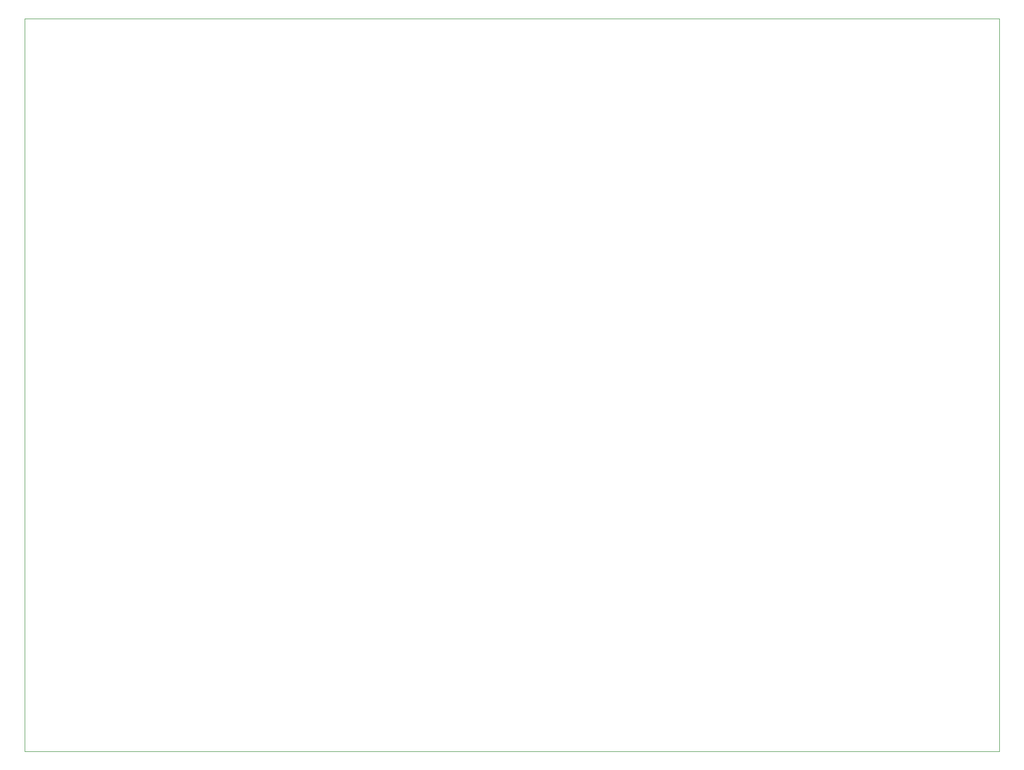
<source format=gm1>
G04 #@! TF.GenerationSoftware,KiCad,Pcbnew,6.0.10-86aedd382b~118~ubuntu18.04.1*
G04 #@! TF.CreationDate,2023-11-20T15:15:36+00:00*
G04 #@! TF.ProjectId,micron_plus,6d696372-6f6e-45f7-906c-75732e6b6963,rev?*
G04 #@! TF.SameCoordinates,Original*
G04 #@! TF.FileFunction,Profile,NP*
%FSLAX46Y46*%
G04 Gerber Fmt 4.6, Leading zero omitted, Abs format (unit mm)*
G04 Created by KiCad (PCBNEW 6.0.10-86aedd382b~118~ubuntu18.04.1) date 2023-11-20 15:15:36*
%MOMM*%
%LPD*%
G01*
G04 APERTURE LIST*
G04 #@! TA.AperFunction,Profile*
%ADD10C,0.100000*%
G04 #@! TD*
G04 APERTURE END LIST*
D10*
X204470000Y-144780000D02*
X40640000Y-144780000D01*
X40640000Y-21590000D02*
X204470000Y-21590000D01*
X40640000Y-144780000D02*
X40640000Y-21590000D01*
X204470000Y-21590000D02*
X204470000Y-144780000D01*
M02*

</source>
